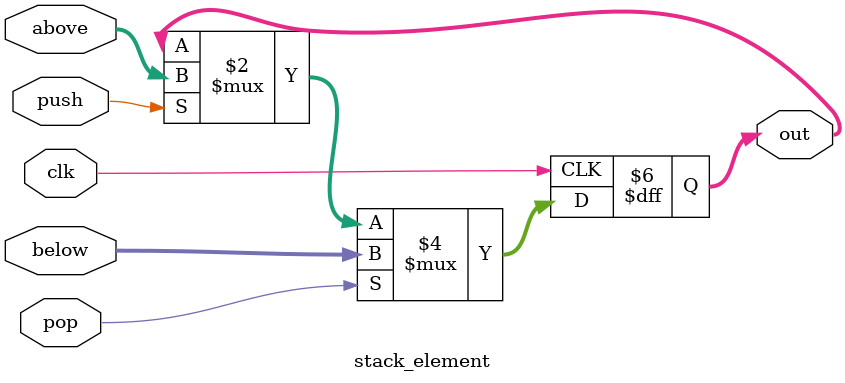
<source format=sv>
module stack_element(
	clk,
	push,
	pop,
	above,
	below,
	out,
);
	parameter WIDTH = 32;

	input clk;
	input push;
	input pop;
	input [WIDTH-1:0] above;
	input [WIDTH-1:0] below;
	output reg [WIDTH-1:0] out;

	always @(posedge clk) begin
		if (push)
			out <= above;
		if (pop)
			out <= below;
	end
endmodule

</source>
